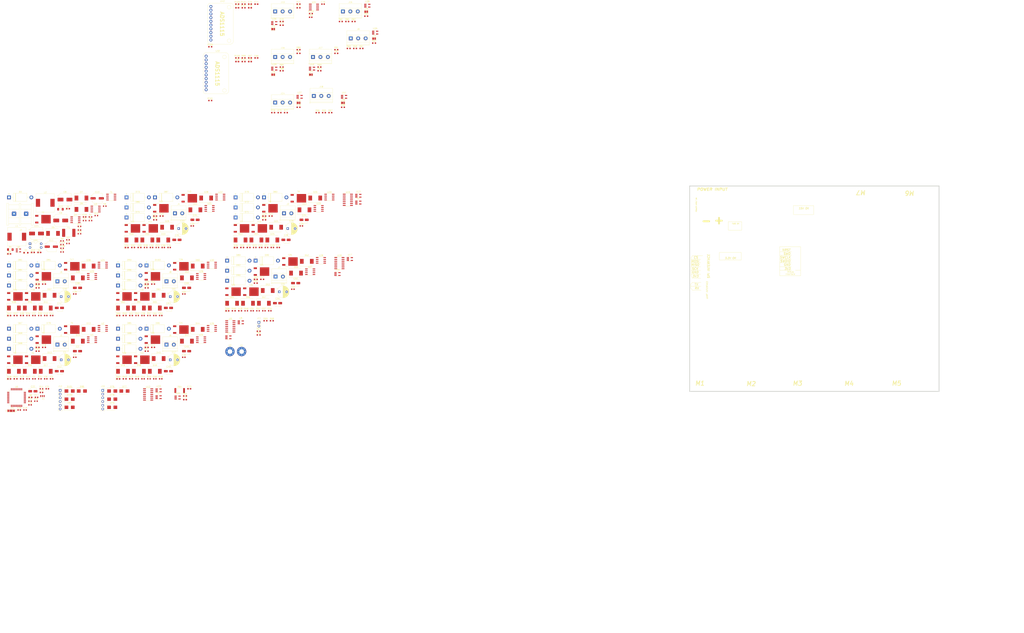
<source format=kicad_pcb>
(kicad_pcb (version 20211014) (generator pcbnew)
  (layers (0 "F.Cu" power) (1 "In1.Cu" signal) (2 "In2.Cu" signal) (31 "B.Cu" power) (34 "B.Paste" user) (35 "F.Paste" user) (36 "B.SilkS" user "B.Silkscreen") (37 "F.SilkS" user "F.Silkscreen") (38 "B.Mask" user) (39 "F.Mask" user) (44 "Edge.Cuts" user))
  (net 0 "")
  (net 1 "GND")
  (net 2 "Net-(C3-Pad1)")
  (net 3 "/H_bridge/DRIVE_VOLTAGE")
  (net 4 "+3V3")
  (net 5 "Net-(D5-Pad1)")
  (net 6 "Net-(D6-Pad1)")
  (net 7 "Net-(D7-Pad2)")
  (net 8 "Net-(R4-Pad2)")
  (net 9 "Net-(C10-Pad1)")
  (net 10 "Net-(R3-Pad1)")
  (net 11 "Net-(R7-Pad2)")
  (net 12 "Net-(R6-Pad2)")
  (net 13 "Net-(C13-Pad1)")
  (net 18 "Net-(U6-Pad5)")
  (net 19 "Net-(U6-Pad6)")
  (net 20 "/Logic_gates/DIR_A")
  (net 21 "/Logic_gates/DIR_B")
  (net 22 "/Logic_gates1/DIR_A")
  (net 23 "/Logic_gates1/DIR_B")
  (net 24 "Net-(C6-Pad1)")
  (net 25 "Net-(C7-Pad1)")
  (net 26 "/Debugger_port/NRST")
  (net 28 "Net-(D8-Pad2)")
  (net 29 "/Logic_gates/PWM_A")
  (net 30 "/Logic_gates/PWM_B")
  (net 33 "/Logic_gates1/PWM_A")
  (net 34 "/Logic_gates1/PWM_B")
  (net 39 "/Current_sense/VOLTAGE_OUT")
  (net 40 "Net-(D1-Pad2)")
  (net 41 "Net-(D2-Pad2)")
  (net 42 "/Power_supplies/PRE_FUSE")
  (net 43 "/Logic_gates2/DIR_A")
  (net 44 "/Logic_gates2/DIR_B")
  (net 45 "/Logic_gates3/DIR_A")
  (net 51 "Net-(D9-Pad2)")
  (net 52 "Net-(D10-Pad2)")
  (net 54 "/Logic_gates3/DIR_B")
  (net 58 "Net-(D11-Pad2)")
  (net 61 "/Logic_gates2/PWM_A")
  (net 62 "/Logic_gates2/PWM_B")
  (net 63 "Net-(D18-Pad2)")
  (net 64 "/Logic_gates3/PWM_A")
  (net 65 "/Logic_gates3/PWM_B")
  (net 66 "Net-(U7-Pad4)")
  (net 67 "Net-(U8-Pad4)")
  (net 68 "Net-(D19-Pad2)")
  (net 69 "Net-(U10-Pad4)")
  (net 70 "Net-(D26-Pad2)")
  (net 71 "Net-(D27-Pad2)")
  (net 72 "Net-(D34-Pad2)")
  (net 73 "Net-(U11-Pad4)")
  (net 74 "Net-(D35-Pad2)")
  (net 75 "Net-(U13-Pad4)")
  (net 76 "Net-(D42-Pad2)")
  (net 77 "Net-(D43-Pad2)")
  (net 78 "Net-(D50-Pad2)")
  (net 79 "Net-(U14-Pad4)")
  (net 80 "Net-(D51-Pad2)")
  (net 81 "Net-(U16-Pad4)")
  (net 82 "Net-(D58-Pad2)")
  (net 83 "/Logic_gates3/CW_B")
  (net 84 "/Logic_gates3/CCW_B")
  (net 85 "Net-(U17-Pad4)")
  (net 86 "Net-(C5-Pad1)")
  (net 87 "Net-(C25-Pad1)")
  (net 88 "Net-(C27-Pad1)")
  (net 89 "Net-(C32-Pad1)")
  (net 90 "Net-(C34-Pad1)")
  (net 91 "Net-(C39-Pad1)")
  (net 92 "Net-(C41-Pad1)")
  (net 93 "Net-(C46-Pad1)")
  (net 94 "Net-(C48-Pad1)")
  (net 95 "Net-(C53-Pad1)")
  (net 96 "Net-(C55-Pad1)")
  (net 97 "Net-(C60-Pad1)")
  (net 98 "Net-(C62-Pad1)")
  (net 99 "Net-(D4-Pad2)")
  (net 100 "Net-(D8-Pad1)")
  (net 101 "/H_bridge/CW")
  (net 102 "/H_bridge/CCW")
  (net 103 "/H_bridge1/CW")
  (net 104 "/H_bridge1/CCW")
  (net 105 "/H_bridge3/CW")
  (net 106 "/H_bridge3/CCW")
  (net 107 "/H_bridge2/CW")
  (net 108 "/H_bridge2/CCW")
  (net 109 "/H_bridge5/CW")
  (net 110 "/H_bridge5/CCW")
  (net 111 "/H_bridge4/CW")
  (net 112 "/H_bridge4/CCW")
  (net 113 "/MCU/DIR_MOTOR8")
  (net 114 "/MCU/PWM_MOTOR8")
  (net 115 "Net-(D59-Pad2)")
  (net 116 "Net-(D66-Pad2)")
  (net 117 "/Debugger_port/SWDIO")
  (net 118 "/Debugger_port/SWCLK")
  (net 119 "/Debugger_port/SWO")
  (net 120 "Net-(D79-Pad2)")
  (net 121 "Net-(D83-Pad2)")
  (net 122 "Net-(D87-Pad2)")
  (net 123 "Net-(D91-Pad2)")
  (net 124 "Net-(D95-Pad2)")
  (net 125 "Net-(D99-Pad2)")
  (net 126 "Net-(D103-Pad2)")
  (net 127 "Net-(J11-Pad1)")
  (net 128 "Net-(J11-Pad2)")
  (net 129 "/MCU/SPI_CS")
  (net 130 "/MCU/SPI_MOSI")
  (net 131 "/MCU/SPI_MISO")
  (net 132 "/MCU/SPI_SCK")
  (net 133 "Net-(JP1-Pad2)")
  (net 134 "Net-(R5-Pad1)")
  (net 135 "Net-(R13-Pad2)")
  (net 136 "Net-(R14-Pad2)")
  (net 137 "Net-(R18-Pad1)")
  (net 138 "Net-(R19-Pad1)")
  (net 139 "Net-(R20-Pad2)")
  (net 140 "Net-(R23-Pad1)")
  (net 141 "Net-(R24-Pad1)")
  (net 142 "Net-(R25-Pad2)")
  (net 143 "Net-(R26-Pad2)")
  (net 144 "Net-(R29-Pad1)")
  (net 145 "Net-(R30-Pad1)")
  (net 146 "Net-(R31-Pad2)")
  (net 147 "Net-(R32-Pad2)")
  (net 148 "Net-(R35-Pad1)")
  (net 149 "Net-(R36-Pad1)")
  (net 150 "Net-(R37-Pad2)")
  (net 151 "Net-(R38-Pad2)")
  (net 152 "Net-(R41-Pad1)")
  (net 153 "Net-(R42-Pad1)")
  (net 154 "Net-(R43-Pad2)")
  (net 155 "Net-(R44-Pad2)")
  (net 156 "Net-(R47-Pad1)")
  (net 157 "Net-(R48-Pad1)")
  (net 158 "Net-(R49-Pad2)")
  (net 159 "Net-(R50-Pad2)")
  (net 160 "/H_bridge6/CW")
  (net 161 "Net-(R53-Pad1)")
  (net 162 "Net-(R54-Pad1)")
  (net 163 "Net-(R55-Pad2)")
  (net 164 "Net-(R56-Pad2)")
  (net 165 "/H_bridge6/CCW")
  (net 166 "Net-(R65-Pad1)")
  (net 167 "/MCU/USART_TX")
  (net 168 "/MCU/USART_RX")
  (net 178 "Net-(D67-Pad2)")
  (net 179 "Net-(D68-Pad2)")
  (net 180 "Net-(D69-Pad2)")
  (net 181 "Net-(D70-Pad2)")
  (net 182 "Net-(D71-Pad2)")
  (net 183 "Net-(D72-Pad2)")
  (net 184 "Net-(D73-Pad2)")
  (net 185 "Net-(D74-Pad2)")
  (net 186 "Net-(D80-Pad2)")
  (net 187 "Net-(D81-Pad2)")
  (net 188 "Net-(D82-Pad2)")
  (net 189 "Net-(D84-Pad2)")
  (net 190 "Net-(D85-Pad2)")
  (net 191 "Net-(D86-Pad2)")
  (net 192 "Net-(D88-Pad2)")
  (net 193 "Net-(D89-Pad2)")
  (net 194 "Net-(D90-Pad2)")
  (net 195 "Net-(D92-Pad2)")
  (net 196 "Net-(D93-Pad2)")
  (net 197 "Net-(D94-Pad2)")
  (net 198 "Net-(D96-Pad2)")
  (net 199 "/H_bridge/MOTOR_OUT_A")
  (net 200 "/H_bridge/MOTOR_OUT_B")
  (net 201 "/H_bridge1/MOTOR_OUT_A")
  (net 202 "/H_bridge1/MOTOR_OUT_B")
  (net 203 "/H_bridge2/MOTOR_OUT_A")
  (net 204 "/H_bridge2/MOTOR_OUT_B")
  (net 205 "/H_bridge3/MOTOR_OUT_A")
  (net 206 "/H_bridge3/MOTOR_OUT_B")
  (net 207 "/H_bridge4/MOTOR_OUT_A")
  (net 208 "/H_bridge4/MOTOR_OUT_B")
  (net 209 "/H_bridge5/MOTOR_OUT_A")
  (net 210 "/H_bridge5/MOTOR_OUT_B")
  (net 211 "/H_bridge6/MOTOR_OUT_A")
  (net 212 "/H_bridge6/MOTOR_OUT_B")
  (net 213 "VMOT")
  (net 214 "/Analog_module1/A0")
  (net 215 "/Analog_module1/A1")
  (net 216 "/Analog_module1/A2")
  (net 217 "/Analog_module1/A3")
  (net 218 "/Analog_module/SDA")
  (net 219 "/Analog_module/A0")
  (net 220 "/Analog_module/A1")
  (net 221 "/Analog_module/A2")
  (net 222 "/Analog_module/A3")
  (net 223 "Net-(J9-Pad2)")
  (net 224 "Net-(J13-Pad2)")
  (net 225 "Net-(J14-Pad2)")
  (net 226 "Net-(J15-Pad2)")
  (net 227 "Net-(J16-Pad2)")
  (net 228 "Net-(J17-Pad2)")
  (net 229 "Net-(J18-Pad2)")
  (net 230 "Net-(R60-Pad1)")
  (net 231 "/HALL_MOT_1")
  (net 232 "Net-(R71-Pad1)")
  (net 233 "/HALL_MOT_2")
  (net 234 "Net-(R76-Pad1)")
  (net 235 "/HALL_MOT_3")
  (net 236 "Net-(R81-Pad1)")
  (net 237 "/HALL_MOT_4")
  (net 238 "Net-(R86-Pad1)")
  (net 239 "/HALL_MOT_5")
  (net 240 "Net-(R91-Pad1)")
  (net 241 "/HALL_MOT_6")
  (net 242 "Net-(R96-Pad1)")
  (net 243 "/HALL_MOT_7")
  (net 244 "Net-(R99-Pad1)")
  (net 245 "Net-(R100-Pad1)")
  (net 246 "Net-(R101-Pad1)")
  (net 247 "Net-(R102-Pad1)")
  (net 248 "Net-(R104-Pad1)")
  (net 249 "Net-(R105-Pad1)")
  (net 250 "Net-(R106-Pad1)")
  (net 251 "Net-(R107-Pad1)")
  (net 252 "/Analog_module/SCL")
  (net 253 "VDD")
  (net 254 "Net-(JP2-Pad2)")
  (net 255 "Net-(JP3-Pad2)")
  (net 256 "Net-(JP4-Pad2)")
  (net 257 "Net-(JP5-Pad2)")
  (net 258 "Net-(JP6-Pad2)")
  (net 259 "Net-(JP7-Pad2)")
  (net 260 "Net-(JP8-Pad2)")
  (net 261 "Net-(R108-Pad2)")
  (net 262 "/MCU/POWER_ERROR")
  (footprint "_IntegratedCircuits:IR2104" (layer "F.Cu") (at 275.28 213.49)
    (fp_text reference "U27")
    (fp_text value "IR2104")
  )
  (footprint "Diode_SMD:D_SMC" (layer "F.Cu") (at 171.98 229.54)
    (fp_text reference "D61")
    (fp_text value "B330")
  )
  (footprint "_Transistors:AOD4132" (layer "F.Cu") (at 173.48 170.25)
    (fp_text reference "T12")
    (fp_text value "AOD4132")
  )
  (footprint "Diode_SMD:D_SMC" (layer "F.Cu") (at 158.53 281.37)
    (fp_text reference "D48")
    (fp_text value "B330")
  )
  (footprint "Resistor_SMD:R_0603_1608Metric_Pad0.98x0.95mm_HandSolder" (layer "F.Cu") (at 255.85 42.93)
    (fp_text reference "R70")
    (fp_text value "180R")
  )
  (footprint "Diode_SMD:D_SMC" (layer "F.Cu") (at 169.38 238.23)
    (fp_text reference "D65")
    (fp_text value "B330")
  )
  (footprint "Resistor_SMD:R_0603_1608Metric_Pad0.98x0.95mm_HandSolder" (layer "F.Cu") (at 228.94 196.98)
    (fp_text reference "R25")
    (fp_text value "10R")
  )
  (footprint "TerminalBlock_Phoenix:TerminalBlock_Phoenix_MKDS-1,5-2_1x02_P5.00mm_Horizontal" (layer "F.Cu") (at 251.68 216.8)
    (fp_text reference "J7")
    (fp_text value "Conn_01x02_Female")
  )
  (footprint "Diode_THT:D_DO-201AE_P15.24mm_Horizontal" (layer "F.Cu") (at 150.09 169.65)
    (fp_text reference "D80")
    (fp_text value "SMAJ18CA")
  )
  (footprint "Capacitor_SMD:C_0603_1608Metric" (layer "F.Cu") (at 99.03 286.5)
    (fp_text reference "C5")
    (fp_text value "100n")
  )
  (footprint "Jumper:SolderJumper-2_P1.3mm_Open_TrianglePad1.0x1.5mm" (layer "F.Cu") (at 313.48 36.24)
    (fp_text reference "JP5")
    (fp_text value "SolderJumper_2_Open")
  )
  (footprint "LED_SMD:LED_0603_1608Metric_Pad1.05x0.95mm_HandSolder" (layer "F.Cu") (at 238.225 218.71)
    (fp_text reference "D51")
    (fp_text value "LED_GREEN")
  )
  (footprint "Diode_THT:D_DO-201AE_P15.24mm_Horizontal" (layer "F.Cu") (at 69.97 252.32)
    (fp_text reference "D67")
    (fp_text value "SMAJ18CA")
  )
  (footprint "TerminalBlock_Phoenix:TerminalBlock_Phoenix_MKDS-1,5-2_1x02_P5.00mm_Horizontal" (layer "F.Cu") (at 102.96 263.18)
    (fp_text reference "J1")
    (fp_text value "Conn_01x02_Female")
  )
  (footprint "_Transistors:AOD4132" (layer "F.Cu") (at 112.75 252.92)
    (fp_text reference "T5")
    (fp_text value "AOD4132")
  )
  (footprint "Diode_SMD:D_SMC" (layer "F.Cu") (at 147.68 281.37)
    (fp_text reference "D46")
    (fp_text value "B330")
  )
  (footprint "Capacitor_SMD:C_0603_1608Metric" (layer "F.Cu") (at 189.15 228.66)
    (fp_text reference "C60")
    (fp_text value "100n")
  )
  (footprint "_IntegratedCircuits:AP331A" (layer "F.Cu") (at 250.77 75.06)
    (fp_text reference "U39")
    (fp_text value "AP331A")
  )
  (footprint "Resistor_SMD:R_0603_1608Metric" (layer "F.Cu") (at 121.5 178.64)
    (fp_text reference "R3")
    (fp_text value "12k")
  )
  (footprint "LED_SMD:LED_0603_1608Metric_Pad1.05x0.95mm_HandSolder" (layer "F.Cu") (at 110.225 170.52)
    (fp_text reference "D1")
    (fp_text value "LED")
  )
  (footprint "_IntegratedCircuits:74HC08D.653" (layer "F.Cu") (at 164.82 297.14)
    (fp_text reference "U12")
    (fp_text value "74HC08D.653")
  )
  (footprint "Resistor_SMD:R_0603_1608Metric" (layer "F.Cu") (at 91.01 243.36)
    (fp_text reference "R39")
    (fp_text value "1k")
  )
  (footprint "Resistor_SMD:R_0603_1608Metric_Pad0.98x0.95mm_HandSolder" (layer "F.Cu") (at 249.13 246.91)
    (fp_text reference "R68")
    (fp_text value "33R")
  )
  (footprint "Resistor_SMD:R_0603_1608Metric_Pad0.98x0.95mm_HandSolder" (layer "F.Cu") (at 267.34 62.13)
    (fp_text reference "R86")
    (fp_text value "3k")
  )
  (footprint "Capacitor_SMD:C_0603_1608Metric_Pad1.08x0.95mm_HandSolder" (layer "F.Cu") (at 189.97 300.69)
    (fp_text reference "C72")
    (fp_text value "100n")
  )
  (footprint "Resistor_SMD:R_0603_1608Metric_Pad0.98x0.95mm_HandSolder" (layer "F.Cu") (at 250.04 105.05)
    (fp_text reference "R76")
    (fp_text value "3k")
  )
  (footprint "_Transistors:MJD32C" (layer "F.Cu") (at 93.09 177.65)
    (fp_text reference "T2")
    (fp_text value "MJD32C")
  )
  (footprint "Capacitor_THT:CP_Radial_D8.0mm_P5.00mm" (layer "F.Cu") (at 179.874698 230.44)
    (fp_text reference "C61")
    (fp_text value "470u")
  )
  (footprint "_Transistors:AOD4132" (layer "F.Cu") (at 148.33 230.33)
    (fp_text reference "T27")
    (fp_text value "AOD4132")
  )
  (footprint "Resistor_SMD:R_0603_1608Metric" (layer "F.Cu") (at 106.17 192.48)
    (fp_text reference "R9")
    (fp_text value "11k")
  )
  (footprint "Resistor_SMD:R_0603_1608Metric_Pad0.98x0.95mm_HandSolder" (layer "F.Cu") (at 301.54 61.29)
    (fp_text reference "R60")
    (fp_text value "3k")
  )
  (footprint "Resistor_SMD:R_0603_1608Metric_Pad0.98x0.95mm_HandSolder" (layer "F.Cu") (at 225.55 67.74)
    (fp_text reference "R100")
    (fp_text value "1k")
  )
  (footprint "Diode_THT:D_DO-201AE_P15.24mm_Horizontal" (layer "F.Cu") (at 144.33 209.18)
    (fp_text reference "D93")
    (fp_text value "SMAJ18CA")
  )
  (footprint "Capacitor_SMD:C_0603_1608Metric" (layer "F.Cu") (at 95.02 243.36)
    (fp_text reference "C43")
    (fp_text value "100n")
  )
  (footprint "Diode_THT:D_DO-201AE_P15.24mm_Horizontal" (layer "F.Cu") (at 144.33 252.32)
    (fp_text reference "D85")
    (fp_text value "SMAJ18CA")
  )
  (footprint "Resistor_SMD:R_0603_1608Metric" (layer "F.Cu") (at 92.1 293.29)
    (fp_text reference "R11")
    (fp_text value "2k")
  )
  (footprint "LED_SMD:LED_0603_1608Metric_Pad1.05x0.95mm_HandSolder" (layer "F.Cu") (at 90.655 200.34)
    (fp_text reference "D2")
    (fp_text value "LED")
  )
  (footprint "Diode_SMD:D_0603_1608Metric_Pad1.05x0.95mm_HandSolder" (layer "F.Cu") (at 84.565 299.18)
    (fp_text reference "D8")
    (fp_text value "LED")
  )
  (footprint "Resistor_SMD:R_0603_1608Metric_Pad0.98x0.95mm_HandSolder" (layer "F.Cu") (at 242.57 218.67)
    (fp_text reference "R47")
    (fp_text value "10R")
  )
  (footprint "Diode_SMD:D_SMC" (layer "F.Cu") (at 164.29 191.85)
    (fp_text reference "D32")
    (fp_text value "B330")
  )
  (footprint "Resistor_SMD:R_0603_1608Metric_Pad0.98x0.95mm_HandSolder" (layer "F.Cu") (at 189.97 298.18)
    (fp_text reference "R65")
    (fp_text value "1k")
  )
  (footprint "Diode_SMD:D_SMC" (layer "F.Cu") (at 169.38 281.37)
    (fp_text reference "D49")
    (fp_text value "B330")
  )
  (footprint "_Transistors:AOD4132" (layer "F.Cu") (at 242.08 213.39)
    (fp_text reference "T24")
    (fp_text value "AOD4132")
  )
  (footprint "Capacitor_SMD:CP_Elec_4x5.3" (layer "F.Cu") (at 258.8 191.76)
    (fp_text reference "C28")
    (fp_text value "10u")
  )
  (footprint "Capacitor_SMD:CP_Elec_4x5.3" (layer "F.Cu") (at 116.66 267.62)
    (fp_text reference "C2")
    (fp_text value "10u")
  )
  (footprint "TerminalBlock_Phoenix:TerminalBlock_Phoenix_MKDS-1,5-3-5.08_1x03_P5.08mm_Horizontal" (layer "F.Cu") (at 251.43 98.17)
    (fp_text reference "J14")
    (fp_text value "Conn_01x03_Female")
  )
  (footprint "Resistor_SMD:R_0603_1608Metric_Pad0.98x0.95mm_HandSolder" (layer "F.Cu") (at 148.82 243.36)
    (fp_text reference "R55")
    (fp_text value "10R")
  )
  (footprint "Capacitor_SMD:CP_Elec_6.3x5.4" (layer "F.Cu") (at 98.84 196.42)
    (fp_text reference "C11")
    (fp_text value "220u")
  )
  (footprint "Capacitor_SMD:CP_Elec_6.3x5.4" (layer "F.Cu") (at 130.11 163.45)
    (fp_text reference "C13")
    (fp_text value "220u")
  )
  (footprint "Capacitor_SMD:CP_Elec_4x5.3" (layer "F.Cu") (at 265.38 221.24)
    (fp_text reference "C52")
    (fp_text value "10u")
  )
  (footprint "Jumper:SolderJumper-3_P2.0mm_Open_TrianglePad1.0x1.5mm_NumberLabels" (layer "F.Cu") (at 71.4 308.28)
    (fp_text reference "JP1")
    (fp_text value "SolderJumper_3_Open")
  )
  (footprint "LED_SMD:LED_0603_1608Metric_Pad1.05x0.95mm_HandSolder" (layer "F.Cu") (at 86.265 200.34)
    (fp_text reference "D10")
    (fp_text value "LED")
  )
  (footprint "_IntegratedCircuits:74HC08D.653" (layer "F.Cu") (at 300.96 164.48)
    (fp_text reference "U15")
    (fp_text value "74HC08D.653")
  )
  (footprint "Capacitor_SMD:C_0603_1608Metric_Pad1.08x0.95mm_HandSolder" (layer "F.Cu") (at 238.6 67.74)
    (fp_text reference "C66")
    (fp_text value "1u")
  )
  (footprint "_Transistors:AOD4132" (layer "F.Cu") (at 112.75 209.78)
    (fp_text reference "T17")
    (fp_text value "AOD4132")
  )
  (footprint "Connector_PinSocket_2.54mm:PinSocket_1x06_P2.54mm_Vertical" (layer "F.Cu") (at 133.88 294.36)
    (fp_text reference "J10")
    (fp_text value "Conn_01x06_Female")
  )
  (footprint "Resistor_SMD:R_0603_1608Metric" (layer "F.Cu") (at 110.18 194.25)
    (fp_text reference "R7")
    (fp_text value "1k")
  )
  (footprint "_Transistors:AOD4132" (layer "F.Cu") (at 160.48 273.47)
    (fp_text reference "T22")
    (fp_text value "AOD4132")
  )
  (footprint "_IntegratedCircuits:74HC08D.653" (layer "F.Cu") (at 220.84 250.76)
    (fp_text reference "U9")
    (fp_text value "74HC08D.653")
  )
  (footprint "_Transistors:AOD4132" (layer "F.Cu") (at 228.45 183.95)
    (fp_text reference "T7")
    (fp_text value "AOD4132")
  )
  (footprint "Diode_THT:D_DO-201AE_P15.24mm_Horizontal" (layer "F.Cu") (at 169.48 162.8)
    (fp_text reference "D87")
    (fp_text value "SMAJ18CA")
  )
  (footprint "_Transistors:AOD4132" (layer "F.Cu") (at 93.36 259.77)
    (fp_text reference "T4")
    (fp_text value "AOD4132")
  )
  (footprint "_IntegratedCircuits:MC74VHC1G04" (layer "F.Cu") (at 171.95 299.01)
    (fp_text reference "U11")
    (fp_text value "MC74VHC1G04")
  )
  (footprint "Resistor_SMD:R_0603_1608Metric_Pad0.98x0.95mm_HandSolder" (layer "F.Cu") (at 293.09 64.64)
    (fp_text reference "R92")
    (fp_text value "10k")
  )
  (footprint "Resistor_SMD:R_1206_3216Metric_Pad1.30x1.75mm_HandSolder" (layer "F.Cu") (at 105.03 170.87)
    (fp_text reference "R13")
    (fp_text value "0,12R")
  )
  (footprint "_Transistors:AOD4132" (layer "F.Cu") (at 73.97 230.33)
    (fp_text reference "T15")
    (fp_text value "AOD4132")
  )
  (footprint "Resistor_SMD:R_0603_1608Metric_Pad0.98x0.95mm_HandSolder" (layer "F.Cu") (at 74.46 286.5)
    (fp_text reference "R14")
    (fp_text value "10R")
  )
  (footprint "Resistor_SMD:R_0603_1608Metric" (layer "F.Cu") (at 118.01 182.58)
    (fp_text reference "R12")
    (fp_text value "10k")
  )
  (footprint "_IntegratedCircuits:IR2104" (layer "F.Cu") (at 288.38 162.6)
    (fp_text reference "U20")
    (fp_text value "IR2104")
  )
  (footprint "Resistor_SMD:R_0603_1608Metric_Pad0.98x0.95mm_HandSolder" (layer "F.Cu") (at 296.18 42.93)
    (fp_text reference "R81")
    (fp_text value "3k")
  )
  (footprint "Resistor_SMD:R_0603_1608Metric_Pad0.98x0.95mm_HandSolder" (layer "F.Cu") (at 240.18 256.57)
    (fp_text reference "R66")
    (fp_text value "10k")
  )
  (footprint "Capacitor_SMD:CP_Elec_4x5.3" (layer "F.Cu") (at 178.68 281.28)
    (fp_text reference "C49")
    (fp_text value "10u")
  )
  (footprint "Resistor_SMD:R_0603_1608Metric_Pad0.98x0.95mm_HandSolder" (layer "F.Cu") (at 289.04 105.05)
    (fp_text reference "R97")
    (fp_text value "10k")
  )
  (footprint "Resistor_SMD:R_0603_1608Metric_Pad0.98x0.95mm_HandSolder" (layer "F.Cu") (at 313.48 39.27)
    (fp_text reference "R83")
    (fp_text value "10k")
  )
  (footprint "Capacitor_SMD:C_0603_1608Metric" (layer "F.Cu") (at 99.03 243.36)
    (fp_text reference "C41")
    (fp_text value "100n")
  )
  (footprint "Resistor_SMD:R_0603_1608Metric_Pad0.98x0.95mm_HandSolder" (layer "F.Cu") (at 267.34 64.64)
    (fp_text reference "R87")
    (fp_text value "10k")
  )
  (footprint "Resistor_SMD:R_0603_1608Metric_Pad0.98x0.95mm_HandSolder" (layer "F.Cu") (at 293.09 62.13)
    (fp_text reference "R91")
    (fp_text value "3k")
  )
  (footprint "_IntegratedCircuits:IR2104" (layer "F.Cu") (at 200.92 259.87)
    (fp_text reference "U25")
    (fp_text value "IR2104")
  )
  (footprint "Resistor_SMD:R_0603_1608Metric_Pad0.98x0.95mm_HandSolder" (layer "F.Cu") (at 254.39 105.05)
    (fp_text reference "R75")
    (fp_text value "180R")
  )
  (footprint "Capacitor_SMD:CP_Elec_8x6.2" (layer "F.Cu") (at 88.725 187.42)
    (fp_text reference "C14")
    (fp_text value "100u")
  )
  (footprint "Resistor_SMD:R_0603_1608Metric_Pad0.98x0.95mm_HandSolder" (layer "F.Cu") (at 300.53 42.93)
    (fp_text reference "R80")
    (fp_text value "180R")
  )
  (footprint "Diode_SMD:D_SMC" (layer "F.Cu") (at 158.53 238.23)
    (fp_text reference "D64")
    (fp_text value "B330")
  )
  (footprint "Capacitor_SMD:C_0603_1608Metric" (layer "F.Cu") (at 161.36 243.36)
    (fp_text reference "C58")
    (fp_text value "100n")
  )
  (footprint "Capacitor_SMD:C_0603_1608Metric" (layer "F.Cu") (at 87 243.36)
    (fp_text reference "C37")
    (fp_text value "100n")
  )
  (footprint "Capacitor_SMD:C_0603_1608Metric" (layer "F.Cu") (at 88.74 299.14)
    (fp_text reference "C17")
    (fp_text value "100n")
  )
  (footprint "Jumper:SolderJumper-2_P1.3mm_Open_TrianglePad1.0x1.5mm" (layer "F.Cu") (at 250.04 48.1)
    (fp_text reference "JP3")
    (fp_text value "SolderJumper_2_Open")
  )
  (footprint "Diode_SMD:D_SMC" (layer "F.Cu") (at 119.36 163.25)
    (fp_text reference "D7")
    (fp_text value "B330")
  )
  (footprint "Capacitor_SMD:CP_Elec_4x5.3" (layer "F.Cu") (at 184.44 191.76)
    (fp_text reference "C35")
    (fp_text value "10u")
  )
  (footprint "Capacitor_SMD:C_0603_1608Metric_Pad1.08x0.95mm_HandSolder" (layer "F.Cu") (at 192.85 293.29)
    (fp_text reference "C73")
    (fp_text value "1u")
  )
  (footprint "Resistor_SMD:R_0603_1608Metric_Pad0.98x0.95mm_HandSolder" (layer "F.Cu") (at 168.21 265.05)
    (fp_text reference "R41")
    (fp_text value "10R")
  )
  (footprint "Capacitor_SMD:C_0603_1608Metric" (layer "F.Cu") (at 189.15 271.8)
    (fp_text reference "C46")
    (fp_text value "100n")
  )
  (footprint "Resistor_SMD:R_0603_1608Metric_Pad0.98x0.95mm_HandSolder" (layer "F.Cu") (at 169.58 178.12)
    (fp_text reference "R32")
    (fp_text value "10R")
  )
  (footprint "_IntegratedCircuits:IR2104" (layer "F.Cu") (at 126.56 259.87)
    (fp_text reference "U1")
    (fp_text value "IR2104")
  )
  (footprint "Diode_SMD:D_SMB" (layer "F.Cu") (at 148.68 294.81)
    (fp_text reference "D77")
    (fp_text value "SM6T33A")
  )
  (footprint "Resistor_SMD:R_0603_1608Metric_Pad0.98x0.95mm_HandSolder" (layer "F.Cu") (at 297.64 101.39)
    (fp_text reference "R98")
    (fp_text value "10k")
  )
  (footprint "Diode_THT:D_DO-201AE_P15.24mm_Horizontal" (layer "F.Cu") (at 238.08 205.94)
    (fp_text reference "D99")
    (fp_text value "SMAJ18CA")
  )
  (footprint "_Transistors:AOD4132" (layer "F.Cu") (at 167.72 259.77)
    (fp_text reference "T20")
    (fp_text value "AOD4132")
  )
  (footprint "Diode_SMD:D_SMC" (layer "F.Cu") (at 116.91 260.82)
    (fp_text reference "D15")
    (fp_text value "B330")
  )
  (footprint "Resistor_SMD:R_0603_1608Metric_Pad0.98x0.95mm_HandSolder" (layer "F.Cu") (at 223.18 240.12)
    (fp_text reference "R49")
    (fp_text value "10R")
  )
  (footprint "Capacitor_SMD:C_0603_1608Metric_Pad1.08x0.95mm_HandSolder" (layer "F.Cu") (at 234.25 31.07)
    (fp_text reference "C75")
    (fp_text value "1u")
  )
  (footprint "Capacitor_SMD:C_0603_1608Metric" (layer "F.Cu") (at 118.01 185.09)
    (fp_text reference "C7")
    (fp_text value "470p")
  )
  (footprint "Diode_SMD:D_SMC" (layer "F.Cu") (at 198.61 252.77)
    (fp_text reference "D44")
    (fp_text value "B330")
  )
  (footprint "Resistor_SMD:R_2512_6332Metric" (layer "F.Cu") (at 186.33 294.48)
    (fp_text reference "R64")
    (fp_text value "8mR")
  )
  (footprint "Diode_SMD:D_SMC" (layer "F.Cu") (at 191.27 217.68)
    (fp_text reference "D63")
    (fp_text value "B330")
  )
  (footprint "TerminalBlock_Phoenix:TerminalBlock_Phoenix_MKDS-1,5-3-5.08_1x03_P5.08mm_Horizontal" (layer "F.Cu") (at 251.43 36.05)
    (fp_text reference "J13")
    (fp_text value "Conn_01x03_Female")
  )
  (footprint "LED_SMD:LED_0603_1608Metric_Pad1.05x0.95mm_HandSolder" (layer "F.Cu") (at 70.115 243.4)
    (fp_text reference "D42")
    (fp_text value "LED_GREEN")
  )
  (footprint "Resistor_SMD:R_0603_1608Metric_Pad0.98x0.95mm_HandSolder" (layer "F.Cu") (at 78.81 286.5)
    (fp_text reference "R19")
    (fp_text value "10R")
  )
  (footprint "Resistor_SMD:R_0603_1608Metric_Pad0.98x0.95mm_HandSolder" (layer "F.Cu") (at 240.18 254.06)
    (fp_text reference "R67")
    (fp_text value "10k")
  )
  (footprint "Diode_SMD:D_SMC" (layer "F.Cu") (at 232.89 234.99)
    (fp_text reference "D56")
    (fp_text value "B330")
  )
  (footprint "Package_DIP:DIP-4_W7.62mm" (layer "F.Cu") (at 84.29 194.42)
    (fp_text reference "U31")
    (fp_text value "EL817")
  )
  (footprint "Capacitor_SMD:C_0603_1608Metric" (layer "F.Cu") (at 167.12 196.98)
    (fp_text reference "C30")
    (fp_text value "100n")
  )
  (footprint "Diode_THT:D_DO-201AE_P15.24mm_Horizontal" (layer "F.Cu") (at 163.72 209.18)
    (fp_text reference "D103")
    (fp_text value "SMAJ18CA")
  )
  (footprint "Diode_SMD:D_SMC" (layer "F.Cu") (at 265.63 214.44)
    (fp_text reference "D55")
    (fp_text value "B330")
  )
  (footprint "_Transistors:AOD4132" (layer "F.Cu") (at 86.12 230.33)
    (fp_text reference "T18")
    (fp_text value "AOD4132")
  )
  (footprint "Diode_THT:D_DO-201AE_P15.24mm_Horizontal" (layer "F.Cu") (at 224.45 176.5)
    (fp_text reference "D71")
    (fp_text value "SMAJ18CA")
  )
  (footprint "Resistor_SMD:R_0603_1608Metric_Pad0.98x0.95mm_HandSolder" (layer "F.Cu") (at 78.81 243.36)
    (fp_text reference "R36")
    (fp_text value "10R")
  )
  (footprint "Package_QFP:LQFP-64_10x10mm_P0.5mm" (layer "F.Cu") (at 75.12 299.26)
    (fp_text reference "U6")
    (fp_text value "STM32F103RBTx")
  )
  (footprint "Diode_THT:D_DO-201AE_P15.24mm_Horizontal" (layer "F.Cu") (at 218.69 219.64)
    (fp_text reference "D90")
    (fp_text value "SMAJ18CA")
  )
  (footprint "Capacitor_SMD:C_0603_1608Metric" (layer "F.Cu") (at 121.5 176.13)
    (fp_text reference "C10")
    (fp_text value "470p")
  )
  (footprint "TerminalBlock_Phoenix:TerminalBlock_Phoenix_MKDS-1,5-2_1x02_P5.00mm_Horizontal" (layer "F.Cu") (at 177.32 263.18)
    (fp_text reference "J6")
    (fp_text value "Conn_01x02_Female")
  )
  (footprint "_IntegratedCircuits:MC74VHC1G04" (layer "F.Cu") (at 302.33 204.84)
    (fp_text reference "U17")
    (fp_text value "MC74VHC1G04")
  )
  (footprint "Resistor_SMD:R_0603_1608Metric_Pad0.98x0.95mm_HandSolder" (layer "F.Cu") (at 229.9 31.07)
    (fp_text reference "R104")
    (fp_text value "1k")
  )
  (footprint "Diode_SMD:D_SMC" (layer "F.Cu") (at 124.25 252.77)
    (fp_text reference "D12")
    (fp_text value "B330")
  )
  (footprint "Diode_SMD:D_SMC" (layer "F.Cu") (at 97.62 272.68)
    (fp_text reference "D13")
    (fp_text value "B330")
  )
  (footprint "Resistor_SMD:R_0603_1608Metric_Pad0.98x0.95mm_HandSolder" (layer "F.Cu") (at 258.74 105.05)
    (fp_text reference "R77")
    (fp_text value "10k")
  )
  (footprint "Diode_SMD:D_SMC" (layer "F.Cu") (at 197.03 171.3)
    (fp_text reference "D31")
    (fp_text value "B330")
  )
  (footprint "Capacitor_SMD:C_0603_1608Metric" (layer "F.Cu") (at 175.14 196.98)
    (fp_text reference "C36")
    (fp_text value "100n")
  )
  (footprint "_IntegratedCircuits:MC34063" (layer "F.Cu") (at 115.27 178.1)
    (fp_text reference "U4")
    (fp_text value "MC34063")
  )
  (footprint "Capacitor_THT:CP_Radial_D8.0mm_P5.00mm" (layer "F.Cu") (at 259.994698 184.06)
    (fp_text reference "C26")
    (fp_text value "470u")
  )
  (footprint "Resistor_SMD:R_0603_1608Metric_Pad0.98x0.95mm_HandSolder" (layer "F.Cu") (at 93.85 221.91)
    (fp_text reference "R35")
    (fp_text value "10R")
  )
  (footprint "Diode_SMD:D_SMC" (layer "F.Cu") (at 124.25 209.63)
    (fp_text reference "D36")
    (fp_text value "B330")
  )
  (footprint "Jumper:SolderJumper-2_P1.3mm_Open_TrianglePad1.0x1.5mm" (layer "F.Cu") (at 267.34 98.36)
    (fp_text reference "JP4")
    (fp_text value "SolderJumper_2_Open")
  )
  (footprint "_IntegratedCircuits:AP331A" (layer "F.Cu") (at 319.57 50.5)
    (fp_text reference "U35")
    (fp_text value "AP331A")
  )
  (footprint "_IntegratedCircuits:MC74VHC1G04" (layer "F.Cu") (at 308.09 161.7)
    (fp_text reference "U13")
    (fp_text value "MC74VHC1G04")
  )
  (footprint "_Transistors:AOD4132" (layer "F.Cu") (at 154.09 183.95)
    (fp_text reference "T11")
    (fp_text value "AOD4132")
  )
  (footprint "Capacitor_SMD:C_0603_1608Metric" (layer "F.Cu") (at 87 286.5)
    (fp_text reference "C1")
    (fp_text value "100n")
  )
  (footprint "Jumper:SolderJumper-2_P1.3mm_Open_TrianglePad1.0x1.5mm" (layer "F.Cu") (at 250.04 79.16)
    (fp_text reference "JP6")
    (fp_text value "SolderJumper_2_Open")
  )
  (footprint "_Transistors:AOD4132" (layer "F.Cu") (at 267.23 163.4)
    (fp_text reference "T9")
    (fp_text value "AOD4132")
  )
  (footprint "LED_SMD:LED_0603_1608Metric_Pad1.05x0.95mm_HandSolder" (layer "F.Cu") (at 144.475 286.54)
    (fp_text reference "D50")
    (fp_text value "LED_GREEN")
  )
  (footprint "Capacitor_SMD:CP_Elec_4x5.3" (layer "F.Cu") (at 191.02 224.48)
    (fp_text reference "C59")
    (fp_text value "10u")
  )
  (footprint "Capacitor_SMD:CP_Elec_8x6.2" (layer "F.Cu") (at 105.225 178.55)
    (fp_text reference "C6")
    (fp_text value "100u")
  )
  (footprint "Capacitor_SMD:C_0603_1608Metric_Pad1.08x0.95mm_HandSolder" (layer "F.Cu") (at 234.25 70.25)
    (fp_text reference "C68")
    (fp_text value "1u")
  )
  (footprint "Diode_SMD:D_SMC" (layer "F.Cu") (at 238.65 191.85)
    (fp_text reference "D24")
    (fp_text value "B330")
  )
  (footprint "_IntegratedCircuits:AP331A" (layer "F.Cu") (at 276.52 75.06)
    (fp_text reference "U40")
    (fp_text value "AP331A")
  )
  (footprint "Resistor_SMD:R_0603_1608Metric" (layer "F.Cu") (at 237.47 196.98)
    (fp_text reference "R22")
    (fp_text value "1k")
  )
  (footprint "Resistor_SMD:R_0603_1608Metric_Pad0.98x0.95mm_HandSolder" (layer "F.Cu") (at 275.79 37.52)
    (fp_text reference "R103")
    (fp_text value "10k")
  )
  (footprint "Jumper:SolderJumper-2_P1.3mm_Open_TrianglePad1.0x1.5mm" (layer "F.Cu") (at 275.79 79.16)
    (fp_text reference "JP7")
    (fp_text value "SolderJumper_2_Open")
  )
  (footprint "TerminalBlock_Phoenix:TerminalBlock_Phoenix_MKDS-1,5-3-5.08_1x03_P5.08mm_Horizontal" (layer "F.Cu") (at 302.93 54.41)
    (fp_text reference "J9")
    (fp_text value "Conn_01x03_Female")
  )
  (footprint "LED_SMD:LED_0603_1608Metric_Pad1.05x0.95mm_HandSolder" (layer "F.Cu") (at 70.115 201.33)
    (fp_text reference "D9")
    (fp_text value "LED")
  )
  (footprint "Resistor_SMD:R_1206_3216Metric_Pad1.30x1.75mm_HandSolder" (layer "F.Cu") (at 70.87 198.39)
    (fp_text reference "R4")
    (fp_text value "0,12R")
  )
  (footprint "_IntegratedCircuits:74HC08D.653" (layer "F.Cu") (at 295.2 207.62)
    (fp_text reference "U18")
    (fp_text value "74HC08D.653")
  )
  (footprint "Capacitor_SMD:CP_Elec_4x5.8" (layer "F.Cu") (at 86.22 294.96)
    (fp_text reference "C22")
    (fp_text value "47u")
  )
  (footprint "Capacitor_SMD:CP_Elec_4x5.3" (layer "F.Cu") (at 104.32 238.14)
    (fp_text reference "C42")
    (fp_text value "10u")
  )
  (footprint "_IntegratedCircuits:IR2104" (layer "F.Cu") (at 282.62 205.74)
    (fp_text reference "U28")
    (fp_text value "IR2104")
  )
  (footprint "Resistor_SMD:R_0603_1608Metric_Pad0.98x0.95mm_HandSolder" (layer "F.Cu") (at 310.24 61.29)
    (fp_text reference "R61")
    (fp_text value "10k")
  )
  (footprint "_Transistors:AOD4132" (layer "F.Cu") (at 234.84 227.09)
    (fp_text reference "T26")
    (fp_text value "AOD4132")
  )
  (footprint "Capacitor_SMD:C_0603_1608Metric_Pad1.08x0.95mm_HandSolder" (layer "F.Cu") (at 225.55 33.58)
    (fp_text reference "C71")
    (fp_text value "1u")
  )
  (footprint "TerminalBlock_Phoenix:TerminalBlock_Phoenix_MKDS-1,5-2_1x02_P5.00mm_Horizontal" (layer "F.Cu") (at 257.44 173.66)
    (fp_text reference "J3")
    (fp_text value "Conn_01x02_Female")
  )
  (footprint "Resistor_SMD:R_0603_1608Metric_Pad0.98x0.95mm_HandSolder" (layer "F.Cu") (at 281.6 76.5)
    (fp_text reference "R93")
    (fp_text value "10k")
  )
  (footprint "Capacitor_SMD:CP_Elec_4x5.3" (layer "F.Cu") (at 116.66 224.48)
    (fp_text reference "C38")
    (fp_text value "10u")
  )
  (footprint "Package_TO_SOT_SMD:SOT-23-5" (layer "F.Cu") (at 76.42 198.97)
    (fp_text reference "U5")
    (fp_text value "TLV70233_SOT23-5")
  )
  (footprint "Diode_SMD:D_SMB" (layer "F.Cu") (at 111.29 305.91)
    (fp_text reference "D97")
    (fp_text value "SM6T33A")
  )
  (footprint "Jumper:SolderJumper-2_P1.3mm_Open_TrianglePad1.0x1.5mm" (layer "F.Cu") (at 297.64 98.36)
    (fp_text reference "JP8")
    (fp_text value "SolderJumper_2_Open")
  )
  (footprint "Capacitor_SMD:C_0603_1608Metric" (layer "F.Cu") (at 96.11 293.29)
    (fp_text reference "C21")
    (fp_text value "1u")
  )
  (footprint "_IntegratedCircuits:INA180A4" (layer "F.Cu") (at 184.89 299.25)
    (fp_text reference "U33")
    (fp_text value "INA180A4")
  )
  (footprint "_IntegratedCircuits:MC74VHC1G04" (layer "F.Cu") (at 227.97 247.98)
    (fp_text reference "U8")
    (fp_text value "MC74VHC1G04")
  )
  (footprint "Resistor_SMD:R_0603_1608Metric_Pad0.98x0.95mm_HandSolder" (layer "F.Cu") (at 93.85 265.05)
    (fp_text reference "R18")
    (fp_text value "10R")
  )
  (footprint "Resistor_SMD:R_0603_1608Metric" (layer "F.Cu") (at 82.99 286.5)
    (fp_text reference "R17")
    (fp_text value "1k")
  )
  (footprint "Resistor_SMD:R_0603_1608Metric" (layer "F.Cu") (at 125.51 178.64)
    (fp_text reference "R6")
    (fp_text value "240")
  )
  (footprint "Capacitor_SMD:C_0603_1608Metric" (layer "F.Cu") (at 95.02 286.5)
    (fp_text reference "C9")
    (fp_text value "100n")
  )
  (footprint "_Transistors:AOD4132" (layer "F.Cu") (at 86.12 273.47)
    (fp_text reference "T6")
    (fp_text value "AOD4132")
  )
  (footprint "Resistor_SMD:R_0603_1608Metric_Pad0.98x0.95mm_HandSolder" (layer "F.Cu") (at 173.97 175.53)
    (fp_text reference "R29")
    (fp_text value "10R")
  )
  (footprint "Package_SO:SOIC-8_3.9x4.9mm_P1.27mm" (layer "F.Cu") (at 277.84 33.04)
    (fp_text reference "U34")
    (fp_text value "M24C02-RMN")
  )
  (footprint "Diode_SMD:D_SMC" (layer "F.Cu") (at 243.74 234.99)
    (fp_text reference "D57")
    (fp_text value "B330")
  )
  (footprint "Inductor_SMD:L_12x12mm_H8mm" (layer "F.Cu") (at 75.28 189.62)
    (fp_text reference "L1")
    (fp_text value "220uH")
  )
  (footprint "Diode_SMD:D_SMC" (layer "F.Cu") (at 227.8 191.85)
    (fp_text reference "D22")
    (fp_text value "B330")
  )
  (footprint "Capacitor_THT:CP_Radial_D8.0mm_P5.00mm" (layer "F.Cu") (at 185.634698 184.06)
    (fp_text reference "C33")
    (fp_text value "470u")
  )
  (footprint "Diode_THT:D_DO-201AE_P15.24mm_Horizontal" (layer "F.Cu") (at 150.09 176.5)
    (fp_text reference "D74")
    (fp_text value "SMAJ18CA")
  )
  (footprint "Capacitor_SMD:C_0603_1608Metric" (layer "F.Cu") (at 92.1 295.8)
    (fp_text reference "C18")
    (fp_text value "100n")
  )
  (footprint "Resistor_SMD:R_0603_1608Metric_Pad0.98x0.95mm_HandSolder" (layer "F.Cu") (at 267.34 101.39)
    (fp_text reference "R78")
    (fp_text value "10k")
  )
  (footprint "_Transistors:AOD4132" (layer "F.Cu") (at 167.72 216.63)
    (fp_text reference "T28")
    (fp_text value "AOD4132")
  )
  (footprint "Capacitor_SMD:CP_Elec_4x5.3" (layer "F.Cu") (at 253.04 234.9)
    (fp_text reference "C56")
    (fp_text value "10u")
  )
  (footprint "Capacitor_SMD:C_0603_1608Metric" (layer "F.Cu") (at 253.51 196.98)
    (fp_text reference "C27")
    (fp_text value "100n")
  )
  (footprint "Diode_SMD:D_SMB" (layer "F.Cu") (at 140.33 300.36)
    (fp_text reference "D78")
    (fp_text value "SM6T33A")
  )
  (footprint "Capacitor_SMD:C_0603_1608Metric" (layer "F.Cu") (at 80.94 307.74)
    (fp_text reference "C19")
    (fp_text value "100n")
  )
  (footprint "Diode_SMD:D_SMC" (layer "F.Cu") (at 252.1 183.16)
    (fp_text reference "D21")
    (fp_text value "B330")
  )
  (footprint "Diode_THT:D_DO-201AE_P15.24mm_Horizontal" (layer "F.Cu") (at 144.33 222.88)
    (fp_text reference "D94")
    (fp_text value "SMAJ18CA")
  )
  (footprint "Resistor_SMD:R_0603_1608Metric" (layer "F.Cu") (at 125.51 176.13)
    (fp_text reference "R1")
    (fp_text value "100k")
  )
  (footprint "LED_SMD:LED_0603_1608Metric_Pad1.05x0.95mm_HandSolder" (layer "F.Cu") (at 70.115 286.54)
    (fp_text reference "D18")
    (fp_text value "LED_GREEN")
  )
  (footprint "Resistor_SMD:R_0603_1608Metric_Pad0.98x0.95mm_HandSolder" (layer "F.Cu") (at 74.46 243.36)
    (fp_text reference "R37")
    (fp_text value "10R")
  )
  (footprint "Capacitor_SMD:C_0603_1608Metric" (layer "F.Cu") (at 161.36 286.5)
    (fp_text reference "C44")
    (fp_text value "100n")
  )
  (footprint "Diode_SMD:D_SOD-323_HandSoldering" (layer "F.Cu") (at 81.52 200.52)
    (fp_text reference "D4")
    (fp_text value "SZMM3Z20")
  )
  (footprint "_Transistors:AOD4132" (layer "F.Cu") (at 187.11 209.78)
    (fp_text reference "T29")
    (fp_text value "AOD4132")
  )
  (footprint "_IntegratedCircuits:MC74VHC1G04" (layer "F.Cu") (at 219.52 258.19)
    (fp_text reference "U7")
    (fp_text value "MC74VHC1G04")
  )
  (footprint "Resistor_SMD:R_0603_1608Metric_Pad0.98x0.95mm_HandSolder" (layer "F.Cu") (at 158.93 196.98)
    (fp_text reference "R30")
    (fp_text value "10R")
  )
  (footprint "TerminalBlock_Phoenix:TerminalBlock_Phoenix_MKDS-1,5-3-5.08_1x03_P5.08mm_Horizontal" (layer "F.Cu") (at 277.765 93.655)
    (fp_text reference "J18")
    (fp_text value "Conn_01x03_Female")
  )
  (footprint "Resistor_SMD:R_0603_1608Metric_Pad0.98x0.95mm_HandSolder" (layer "F.Cu") (at 227.53 240.12)
    (fp_text reference "R48")
    (fp_text value "10R")
  )
  (footprint "_IntegratedCircuits:MC74VHC1G04" (layer "F.Cu") (at 293.88 215.05)
    (fp_text reference "U16")
    (fp_text value "MC74VHC1G04")
  )
  (footprint "_IntegratedCircuits:AP331A" (layer "F.Cu") (at 314.21 32.14)
    (fp_text reference "U38")
    (fp_text value "AP331A")
  )
  (footprint "Diode_SMD:D_SMC" (layer "F.Cu") (at 198.61 209.63)
    (fp_text reference "D60")
    (fp_text value "B330")
  )
  (footprint "Capacitor_SMD:C_0603_1608Metric" (layer "F.Cu") (at 173.39 243.36)
    (fp_text reference "C62")
    (fp_text value "100n")
  )
  (footprint "Capacitor_SMD:C_0603_1608Metric" (layer "F.Cu") (at 269.27 182.28)
    (fp_text reference "C25")
    (fp_text value "100n")
  )
  (footprint "Resistor_SMD:R_0603_1608Metric_Pad0.98x0.95mm_HandSolder" (layer "F.Cu") (at 318.84 57.63)
    (fp_text reference "R62")
    (fp_text value "10k")
  )
  (footprint "_Transistors:AOD4132" (layer "F.Cu") (at 192.87 163.4)
    (fp_text reference "T13")
    (fp_text value "AOD4132")
  )
  (footprint "Resistor_SMD:R_0603_1608Metric" (layer "F.Cu") (at 165.37 243.36)
    (fp_text reference "R57")
    (fp_text value "1k")
  )
  (footprint "LED_SMD:LED_0603_1608Metric_Pad1.05x0.95mm_HandSolder" (layer "F.Cu") (at 224.595 197.02)
    (fp_text reference "D26")
    (fp_text value "LED_GREEN")
  )
  (footprint "Diode_THT:D_DO-201AE_P15.24mm_Horizontal" (layer "F.Cu") (at 69.97 216.03)
    (fp_text reference "D84")
    (fp_text value "SMAJ18CA")
  )
  (footprint "Capacitor_SMD:C_0603_1608Metric" (layer "F.Cu") (at 114.79 228.66)
    (fp_text reference "C39")
    (fp_text value "100n")
  )
  (footprint "Resistor_SMD:R_0603_1608Metric" (layer "F.Cu") (at 106.17 197.5)
    (fp_text reference "R108")
    (fp_text value "1k")
  )
  (footprint "Resistor_SMD:R_0603_1608Metric_Pad0.98x0.95mm_HandSolder" (layer "F.Cu") (at 281.6 73.99)
    (fp_text reference "R90")
    (fp_text value "180R")
  )
  (footprint "Resistor_SMD:R_0603_1608Metric_Pad0.98x0.95mm_HandSolder" (layer "F.Cu") (at 153.17 243.36)
    (fp_text reference "R54")
    (fp_text value "10R")
  )
  (footprint "_IntegratedCircuits:AP331A" (layer "F.Cu") (at 268.07 94.26)
    (fp_text reference "U37")
    (fp_text value "AP331A")
  )
  (footprint "Diode_THT:D_DO-201AE_P15.24mm_Horizontal" (layer "F.Cu") (at 163.72 252.32)
    (fp_text reference "D95")
    (fp_text value "SMAJ18CA")
  )
  (footprint "Jumper:SolderJumper-2_P1.3mm_Open_TrianglePad1.0x1.5mm" (layer "F.Cu") (at 318.84 54.6)
    (fp_text reference "JP2")
    (fp_text value "SolderJumper_2_Open")
  )
  (footprint "Diode_THT:D_DO-201AE_P15.24mm_Horizontal" (layer "F.Cu") (at 218.69 205.94)
    (fp_text reference "D89")
    (fp_text value "SMAJ18CA")
  )
  (footprint "_IntegratedCircuits:IR2104" (layer "F.Cu") (at 200.92 216.73)
    (fp_text reference "U29")
    (fp_text value "IR2104")
  )
  (footprint "Resistor_SMD:R_0603_1608Metric" (layer "F.Cu") (at 129.52 175.23)
    (fp_text reference "R15")
    (fp_text value "3k")
  )
  (footprint "Resistor_SMD:R_0603_1608Metric_Pad0.98x0.95mm_HandSolder" (layer "F.Cu") (at 163.82 224.5)
    (fp_text reference "R56")
    (fp_text value "10R")
  )
  (footprint "Resistor_SMD:R_0603_1608Metric_Pad0.98x0.95mm_HandSolder" (layer "F.Cu") (at 148.82 286.5)
    (fp_text reference "R43")
    (fp_text value "10R")
  )
  (footprint "Resistor_SMD:R_0603_1608Metric_Pad0.98x0.95mm_HandSolder" (layer "F.Cu") (at 89.46 224.5)
    (fp_text reference "R38")
    (fp_text value "10R")
  )
  (footprint "LED_SMD:LED_0603_1608Metric_Pad1.05x0.95mm_HandSolder" (layer "F.Cu") (at 89.505 265.09)
    (fp_text reference "D11")
    (fp_text value "LED_GREEN")
  )
  (footprint "Diode_SMD:D_SMC" (layer "F.Cu") (at 271.39 171.3)
    (fp_text reference "D23")
    (fp_text value "B330")
  )
  (footprint "_Connectors:DG35C-B-02P" (layer "F.Cu") (at 78.055 173.985)
    (fp_text reference "J2")
    (fp_text value "DG35C-B-02P")
  )
  (footprint "Resistor_SMD:R_0603_1608Metric_Pad0.98x0.95mm_HandSolder" (layer "F.Cu") (at 243.94 178.12)
    (fp_text reference "R26")
    (fp_text value "10R")
  )
  (footprint "Diode_SMD:D_SMC" (layer "F.Cu") (at 246.34 226.3)
    (fp_text reference "D53")
    (fp_text value "B330")
  )
  (footprint "Capacitor_SMD:C_0603_1608Metric" (layer "F.Cu") (at 284.07 31.07)
    (fp_text reference "C70")
    (fp_text value "22p")
  )
  (footprint "Resistor_SMD:R_0603_1608Metric_Pad0.98x0.95mm_HandSolder" (layer "F.Cu") (at 233.29 196.98)
    (fp_text reference "R24")
    (fp_text value "10R")
  )
  (footprint "TerminalBlock_Phoenix:TerminalBlock_Phoenix_MKDS-1,5-3-5.08_1x03_P5.08mm_Horizontal" (layer "F.Cu") (at 277.18 67.11)
    (fp_text reference "J17")
    (fp_text value "Conn_01x03_Female")
  )
  (footprint "Capacitor_SMD:C_0603_1608Metric" (layer "F.Cu") (at 169.38 243.36)
    (fp_text reference "C64")
    (fp_text value "100n")
  )
  (footprint "Diode_SMD:D_SMC" (layer "F.Cu") (at 116.91 217.68)
    (fp_text reference "D39")
    (fp_text value "B330")
  )
  (footprint "Resistor_SMD:R_0603_1608Metric" (layer "F.Cu") (at 106.17 194.99)
    (fp_text reference "R109")
    (fp_text value "1k")
  )
  (footprint "Diode_SMD:D_SMC" (layer "F.Cu") (at 97.62 229.54)
    (fp_text reference "D37")
    (fp_text value "B330")
  )
  (footprint "Capacitor_SMD:CP_Elec_4x5.3" (layer "F.Cu") (at 178.68 238.14)
    (fp_text reference "C63")
    (fp_text value "10u")
  )
  (footprint "TerminalBlock_Phoenix:TerminalBlock_Phoenix_MKDS-1,5-3-5.08_1x03_P5.08mm_Horizontal" (layer "F.Cu") (at 251.43 67.11)
    (fp_text reference "J16")
    (fp_text value "Conn_01x03_Female")
  )
  (footprint "Capacitor_SMD:C_0603_1608Metric" (layer "F.Cu") (at 114.79 271.8)
    (fp_text reference "C3")
    (fp_text value "100n")
  )
  (footprint "Diode_SMD:D_SMC" (layer "F.Cu") (at 99.97 187.35)
    (fp_text reference "D5")
    (fp_text value "B330")
  )
  (footprint "Resistor_SMD:R_0603_1608Metric" (layer "F.Cu") (at 135.24 168.78)
    (fp_text reference "R8")
    (fp_text value "36k")
  )
  (footprint "Capacitor_SMD:C_0603_1608Metric" (layer "F.Cu") (at 241.48 196.98)
    (fp_text reference "C23")
    (fp_text value "100n")
  )
  (footprint "Capacitor_SMD:C_0603_1608Metric_Pad1.08x0.95mm_HandSolder" (layer "F.Cu") (at 225.55 70.25)
    (fp_text reference "C65")
    (fp_text value "1u")
  )
  (footprint "Capacitor_SMD:CP_Elec_4x5.3" (layer "F.Cu") (at 196.78 178.1)
    (fp_text reference "C31")
    (fp_text value "10u")
  )
  (footprint "Resistor_SMD:R_0603_1608Metric_Pad0.98x0.95mm_HandSolder" (layer "F.Cu") (at 248.33 175.53)
    (fp_text reference "R23")
    (fp_text value "10R")
  )
  (footprint "Diode_SMD:D_SMC" (layer "F.Cu") (at 191.27 260.82)
    (fp_text reference "D47")
    (fp_text value "B330")
  )
  (footprint "Resistor_SMD:R_0603_1608Metric_Pad0.98x0.95mm_HandSolder" (layer "F.Cu") (at 229.9 67.74)
    (fp_text reference "R99")
    (fp_text value "1k")
  )
  (footprint "Capacitor_SMD:C_0603_1608Metric_Pad1.08x0.95mm_HandSolder" (layer "F.Cu") (at 238.6 31.07)
    (fp_text reference "C74")
    (fp_text value "1u")
  )
  (footprint "Diode_SMD:D_SMB" (layer "F.Cu") (at 111.29 294.81)
    (fp_text reference "D101")
    (fp_text value "SM6T33A")
  )
  (footprint "Diode_SMD:D_SMB" (layer "F.Cu") (at 111.29 300.36)
    (fp_text reference "D100")
    (fp_text value "SM6T33A")
  )
  (footprint "Resistor_SMD:R_0603_1608Metric" (layer "F.Cu") (at 91.01 286.5)
    (fp_text reference "R21")
    (fp_text value "1k")
  )
  (footprint "Capacitor_SMD:C_0603_1608Metric" (layer "F.Cu") (at 235.72 240.12)
    (fp_text reference "C51")
    (fp_text value "100n")
  )
  (footprint "Resistor_SMD:R_0603_1608Metric_Pad0.98x0.95mm_HandSolder" (layer "F.Cu") (at 255.85 45.44)
    (fp_text reference "R73")
    (fp_text value "10k")
  )
  (footprint "_Transistors:AOD4132" (layer "F.Cu") (at 73.97 273.47)
    (fp_text reference "T3")
    (fp_text value "AOD4132")
  )
  (footprint "Diode_SMD:D_SMC" (layer "F.Cu") (at 175.14 191.85)
    (fp_text reference "D33")
    (fp_text value "B330")
  )
  (footprint "Capacitor_SMD:CP_Elec_8x6.2" (layer "F.Cu") (at 108.115 164.3)
    (fp_text reference "C8")
    (fp_text value "100u")
  )
  (footprint "Capacitor_SMD:C_0603_1608Metric" (layer "F.Cu") (at 194.91 182.28)
    (fp_text reference "C32")
    (fp_text value "100n")
  )
  (footprint "MountingHole:MountingHole_3.2mm_M3_Pad_Via" (layer "F.Cu") (at 220.59 267.9)
    (fp_text reference "H2")
    (fp_text value "MountingHole")
  )
  (footprint "Diode_THT:D_DO-201AE_P15.24mm_Horizontal" (layer "F.Cu") (at 218.69 212.79)
    (fp_text reference "D92")
    (fp_text value "SMAJ18CA")
  )
  (footprint "Diode_THT:D_DO-201AE_P15.24mm_Horizontal" (layer "F.Cu") (at 224.45 169.65)
    (fp_text reference "D72")
    (fp_text value "SMAJ18CA")
  )
  (footprint "Diode_THT:D_DO-201AE_P15.24mm_Horizontal" (layer "F.Cu") (at 69.97 222.88)
    (fp_text reference "D82")
    (fp_text value "SMAJ18CA")
  )
  (footprint "_Others:CSTNE8M00G520000R0" (layer "F.Cu") (at 91.545 298.255)
    (fp_text reference "X1")
    (fp_text value "CSTNE8M00G520000R0")
  )
  (footprint "_Modules:ADS1115" (layer "F.Cu") (at 215.197 44.091)
    (fp_text reference "U42")
    (fp_text value "ADS1115" hide)
  )
  (footprint "Diode_THT:D_DO-201AE_P15.24mm_Horizontal" (layer "F.Cu") (at 144.33 216.03)
    (fp_text reference "D96")
    (fp_text value "SMAJ18CA")
  )
  (footprint "TerminalBlock_Phoenix:TerminalBlock_Phoenix_MKDS-1,5-2_1x02_P5.00mm_Horizontal" (layer "F.Cu") (at 177.32 220.04)
    (fp_text reference "J8")
    (fp_text value "Conn_01x02_Female")
  )
  (footprint "Resistor_SMD:R_0603_1608Metric" (layer "F.Cu") (at 171.13 196.98)
    (fp_text reference "R33")
    (fp_text value "1k")
  )
  (footprint "LED_SMD:LED_0603_1608Metric_Pad1.05x0.95mm_HandSolder" (layer "F.Cu") (at 169.625 175.57)
    (fp_text reference "D27")
    (fp_text value "LED_GREEN")
  )
  (footprint "Diode_THT:D_DO-201AE_P15.24mm_Horizontal" (layer "F.Cu") (at 69.97 209.18)
    (fp_text reference "D81")
    (fp_text value "SMAJ18CA")
  )
  (footprint "_IntegratedCircuits:IR2104" (layer "F.Cu") (at 281.04 170.35)
    (fp_text reference "U19")
    (fp_text value "IR2104")
  )
  (footprint "Diode_SMD:D_SMC" (layer "F.Cu") (at 272.97 206.39)
    (fp_text reference "D52")
    (fp_text value "B330")
  )
  (footprint "Resistor_SMD:R_0603_1608Metric" (layer "F.Cu") (at 231.71 240.12)
    (fp_text reference "R46")
    (fp_text value "1k")
  )
  (footprint "Diode_SMD:D_SMB" (layer "F.Cu") (at 119.64 294.81)
    (fp_text reference "D98")
    (fp_text value "SM6T33A")
  )
  (footprint "Capacitor_SMD:C_0603_1608Metric" (layer "F.Cu") (at 169.38 286.5)
    (fp_text reference "C50")
    (fp_text value "100n")
  )
  (footprint "Diode_SMD:D_SMC" (layer "F.Cu") (at 73.32 281.37)
    (fp_text reference "D14")
    (fp_text value "B330")
  )
  (footprint "TerminalBlock_Phoenix:TerminalBlock_Phoenix_MKDS-1,5-3-5.08_1x03_P5.08mm_Horizontal" (layer "F.Cu") (at 297.57 36.05)
    (fp_text reference "J15")
    (fp_text value "Conn_01x03_Female")
  )
  (footprint "Diode_THT:D_DO-201AE_P15.24mm_Horizontal" (layer "F.Cu") (at 150.09 162.8)
    (fp_text reference "D73")
    (fp_text value "SMAJ18CA")
  )
  (footprint "_Transistors:AOD4132" (layer "F.Cu") (at 148.33 273.47)
    (fp_text reference "T19")
    (fp_text value "AOD4132")
  )
  (footprint "Resistor_SMD:R_0603_1608Metric" (layer "F.Cu") (at 110.18 191.74)
    (fp_text reference "R2")
    (fp_text value "15k")
  )
  (footprint "_Transistors:AOSP21357" (layer "F.Cu") (at 139.66 162.6)
    (fp_text reference "T1")
    (fp_text value "AOSP21357")
  )
  (footprint "Diode_SMD:D_SMC" (layer "F.Cu") (at 95.02 238.23)
    (fp_text reference "D41")
    (fp_text value "B330")
  )
  (footprint "Diode_SMD:D_SMC" (layer "F.Cu") (at 73.32 238.23)
    (fp_text reference "D38")
    (fp_text value "B330")
  )
  (footprint "_Transistors:AOD4132" (layer "F.Cu") (at 93.36 216.63)
    (fp_text reference "T16")
    (fp_text value "AOD4132")
  )
  (footprint "LED_SMD:LED_0603_1608Metric_Pad1.05x0.95mm_HandSolder" (layer "F.Cu") (at 243.985 175.57)
    (fp_text reference "D19")
    (fp_text value "LED_GREEN")
  )
  (footprint "Diode_THT:D_DO-201AE_P15.24mm_Horizontal" (layer "F.Cu") (at 69.97 162.8)
    (fp_text reference "D3")
    (fp_text value "SMAJ18CA")
  )
  (footprint "Resistor_SMD:R_0603_1608Metric_Pad0.98x0.95mm_HandSolder" (layer "F.Cu") (at 255.85 73.99)
    (fp_text reference "R85")
    (fp_text value "180R")
  )
  (footprint "Resistor_SMD:R_0603_1608Metric_Pad0.98x0.95mm_HandSolder" (layer "F.Cu") (at 304.88 42.93)
    (fp_text reference "R82")
    (fp_text value "10k")
  )
  (footprint "TerminalBlock_Phoenix:TerminalBlock_Phoenix_MKDS-1,5-2_1x02_P5.00mm_Horizontal" (layer "F.Cu") (at 183.08 173.66)
    (fp_text reference "J4")
    (fp_text value "Conn_01x02_Female")
  )
  (footprint "Resistor_SMD:R_0603_1608Metric_Pad0.98x0.95mm_HandSolder" (layer "F.Cu") (at 229.9 70.25)
    (fp_text reference "R102")
    (fp_text value "1k")
  )
  (footprint "_Transistors:AOD4132" (layer "F.Cu") (at 166.24 183.95)
    (fp_text reference "T14")
    (fp_text value "AOD4132")
  )
  (footprint "Capacitor_SMD:C_0603_1608Metric_Pad1.08x0.95mm_HandSolder" (layer "F.Cu") (at 234.25 67.74)
    (fp_text reference "C67")
    (fp_text value "1u")
  )
  (footprint "Resistor_SMD:R_0603_1608Metric" (layer "F.Cu") (at 118.01 187.6)
    (fp_text reference "R16")
    (fp_text value "15k")
  )
  (footprint "Capacitor_SMD:C_0603_1608Metric" (layer "F.Cu") (at 247.75 240.12)
    (fp_text reference "C55")
    (fp_text value "100n")
  )
  (footprint "_Transistors:AOD4132" (layer "F.Cu") (at 160.48 230.33)
    (fp_text reference "T30")
    (fp_text value "AOD4132")
  )
  (footprint "Diode_SMD:D_SMC" (layer "F.Cu") (at 153.44 191.85)
    (fp_text reference "D30")
    (fp_text value "B330")
  )
  (footprint "Capacitor_SMD:C_0603_1608Metric" (layer "F.Cu") (at 275.62 40.03)
    (fp_text reference "C69")
    (fp_text value "100n")
  )
  (footprint "Resistor_SMD:R_0603_1608Metric" (layer "F.Cu") (at 157.35 286.5)
    (fp_text reference "R40")
    (fp_text value "1k")
  )
  (footprint "Diode_SMD:D_SMC" (layer "F.Cu") (at 204.37 163.25)
    (fp_text reference "D28")
    (fp_text value "B330")
  )
  (footprint "Resistor_SMD:R_0603_1608Metric_Pad0.98x0.95mm_HandSolder" (layer "F.Cu") (at 89.46 267.64)
    (fp_text reference "R20")
    (fp_text value "10R")
  )
  (footprint "Fuse:Fuse_2920_7451Metric_Pad2.10x5.45mm_HandSolder" (layer "F.Cu") (at 110.7 186.98)
    (fp_text reference "F1")
    (fp_text value "Fuse 1A")
  )
  (footprint "_Transistors:AOD4132" (layer "F.Cu") (at 222.69 227.09)
    (fp_text reference "T23")
    (fp_text value "AOD4132")
  )
  (footprint "Resistor_SMD:R_0603_1608Metric_Pad0.98x0.95mm_HandSolder" (layer "F.Cu") (at 154.58 196.98)
    (fp_text reference "R31")
    (fp_text value "10R")
  )
  (footprint "Resistor_SMD:R_0603_1608Metric" (layer "F.Cu") (at 245.49 196.98)
    (fp_text reference "R27")
    (fp_text value "1k")
  )
  (footprint "Connector_PinSocket_2.54mm:PinSocket_1x02_P2.54mm_Vertical" (layer "F.Cu") (at 240.33 247.98)
    (fp_text reference "J11")
    (fp_text value "Conn_01x02_Female")
  )
  (footprint "Diode_SMD:D_SMC" (layer "F.Cu") (at 147.68 238.23)
    (fp_text reference "D62")
    (fp_text value "B330")
  )
  (footprint "_IntegratedCircuits:IR2104" (layer "F.Cu") (at 133.9 252.12)
    (fp_text reference "U2")
    (fp_text value "IR2104")
  )
  (footprint "Resistor_SMD:R_0603_1608Metric_Pad0.98x0.95mm_HandSolder" (layer "F.Cu") (at 305.89 61.29)
    (fp_text reference "R59")
    (fp_text value "180R")
  )
  (footprint "Diode_THT:D_DO-201AE_P15.24mm_Horizontal" (layer "F.Cu") (at 89.36 252.32)
    (fp_text reference "D79")
    (fp_text value "SMAJ18CA")
  )
  (footprint "Resistor_SMD:R_0603_1608Metric_Pad0.98x0.95mm_HandSolder" (layer "F.Cu") (at 244.78 246.91)
    (fp_text reference "R69")
    (fp_text value "33R")
  )
  (footprint "LED_SMD:LED_0603_1608Metric_Pad1.05x0.95mm_HandSolder" (layer "F.Cu") (at 163.865 265.09)
    (fp_text reference "D43")
    (fp_text value "LED_GREEN")
  )
  (footprint "Capacitor_THT:CP_Radial_D8.0mm_P5.00mm" (layer "F.Cu") (at 254.234698 227.2)
    (fp_text reference "C54")
    (fp_text value "470u")
  )
  (footprint "_Transistors:AOD4132" (layer "F.Cu") (at 187.11 252.92)
    (fp_text reference "T21")
    (fp_text value "AOD4132")
  )
  (footprint "_Modules:ADS1115" (layer "F.Cu") (at 212 78)
    (fp_text reference "U32")
    (fp_text value "ADS1115" hide)
  )
  (footprint "Capacitor_SMD:C_0603_1608Metric" (layer "F.Cu") (at 76.93 307.74)
    (fp_text reference "C20")
    (fp_text value "100n")
  )
  (footprint "Capacitor_SMD:C_0603_1608Metric" (layer "F.Cu") (at 263.51 225.42)
    (fp_text reference "C53")
    (fp_text value "100n")
  )
  (footprint "_IntegratedCircuits:IR2104" (layer "F.Cu") (at 208.26 208.98)
    (fp_text reference "U30")
    (fp_text value "IR2104")
  )
  (footprint "_IntegratedCircuits:IR2104" (layer "F.Cu") (at 214.02 162.6)
    (fp_text reference "U22")
    (fp_text value "IR2104")
  )
  (footprint "Resistor_SMD:R_0603_1608Metric" (layer "F.Cu") (at 88.36 301.73)
    (fp_text reference "R10")
    (fp_text value "10k")
  )
  (footprint "_IntegratedCircuits:MC74VHC1G04" (layer "F.Cu") (at 171.95 294.36)
    (fp_text reference "U10")
    (fp_text value "MC74VHC1G04")
  )
  (footprint "Capacitor_SMD:C_0603_1608Metric" (layer "F.Cu") (at 84.35 301.73)
    (fp_text reference "C15")
    (fp_text value "100n")
  )
  (footprint "Capacitor_SMD:CP_Elec_4x5.3" (layer "F.Cu") (at 191.02 267.62)
    (fp_text reference "C45")
    (fp_text value "10u")
  )
  (footprint "_IntegratedCircuits:AP331A" (layer "F.Cu") (at 250.77 44)
    (fp_text reference "U36")
    (fp_text value "AP331A")
  )
  (footprint "Resistor_SMD:R_0603_1608Metric" (layer "F.Cu") (at 163.11 196.98)
    (fp_text reference "R28")
    (fp_text value "1k")
  )
  (footprint "Resistor_SMD:R_0603_1608Metric_Pad0.98x0.95mm_HandSolder" (layer "F.Cu") (at 229.9 33.58)
    (fp_text reference "R107")
    (fp_text value "1k")
  )
  (footprint "MountingHole:MountingHole_3.2mm_M3_Pad_Via" (layer "F.Cu") (at 228.54 267.9)
    (fp_text reference "H1")
    (fp_text value "MountingHole")
  )
  (footprint "Resistor_SMD:R_0603_1608Metric_Pad0.98x0.95mm_HandSolder" (layer "F.Cu") (at 153.17 286.5)
    (fp_text reference "R42")
    (fp_text value "10R")
  )
  (footprint "Diode_SMD:D_SMB" (layer "F.Cu") (at 140.33 294.81)
    (fp_text reference "D76")
    (fp_text value "SM6T33A")
  )
  (footprint "Diode_SMD:D_SMC" (layer "F.Cu") (at 84.17 281.37)
    (fp_text reference "D16")
    (fp_text value "B330")
  )
  (footprint "Capacitor_THT:CP_Radial_D8.0mm_P5.00mm" (layer "F.Cu") (at 179.874698 273.58)
    (fp_text reference "C47")
    (fp_text value "470u")
  )
  (footprint "Resistor_SMD:R_0603_1608Metric" (layer "F.Cu") (at 157.35 243.36)
    (fp_text reference "R52")
    (fp_text value "1k")
  )
  (footprint "Capacitor_SMD:C_0603_1608Metric_Pad1.08x0.95mm_HandSolder" (layer "F.Cu") (at 234.25 33.58)
    (fp_text reference "C76")
    (fp_text value "1u")
  )
  (footprint "Diode_SMD:D_SMC" (layer "F.Cu") (at 222.04 234.99)
    (fp_text reference "D54")
    (fp_text value "B330")
  )
  (footprint "Capacitor_SMD:C_0603_1608Metric" (layer "F.Cu") (at 179.15 196.98)
    (fp_text reference "C34")
    (fp_text value "100n")
  )
  (footprint "Diode_SMD:D_SMC" (layer "F.Cu") (at 95.02 281.37)
    (fp_text reference "D17")
    (fp_text value "B330")
  )
  (footprint "Resistor_SMD:R_0603_1608Metric_Pad0.98x0.95mm_HandSolder" (layer "F.Cu") (at 168.21 221.91)
    (fp_text reference "R53")
    (fp_text value "10R")
  )
  (footprint "LED_SMD:LED_0603_1608Metric_Pad1.05x0.95mm_HandSolder" (layer "F.Cu") (at 150.235 197.02)
    (fp_text reference "D34")
    (fp_text value "LED_GREEN")
  )
  (footprint "TerminalBlock_Phoenix:TerminalBlock_Phoenix_MKDS-1,5-2_1x02_P5.00mm_Horizontal" (layer "F.Cu") (at 102.96 220.04)
    (fp_text reference "J5")
    (fp_text value "Conn_01x02_Female")
  )
  (footprint "LED_SMD:LED_0603_1608Metric_Pad1.05x0.95mm_HandSolder" (layer "F.Cu") (at 144.475 243.4)
    (fp_text reference "D66")
    (fp_text value "LED_GREEN")
  )
  (footprint "Diode_THT:D_DO-201AE_P15.24mm_Horizontal" (layer "F.Cu") (at 144.33 259.17)
    (fp_text reference "D88")
    (fp_text value "SMAJ18CA")
  )
  (footprint "Resistor_SMD:R_0603_1608Metric_Pad0.98x0.95mm_HandSolder" (layer "F.Cu") (at 207.16 96.8)
    (fp_text reference "R101")
    (fp_text value "1k")
  )
  (footprint "Resistor_SMD:R_0603_1608Metric_Pad0.98x0.95mm_HandSolder" (layer "F.Cu") (at 238.18 221.26)
    (fp_text reference "R50")
    (fp_text value "10R")
  )
  (footprint "Capacitor_SMD:C_0603_1608Metric" (layer "F.Cu") (at 173.39 286.5)
    (fp_text reference "C48")
    (fp_text value "100n")
  )
  (footprint "Inductor_SMD:L_12x12mm_H6mm" (layer "F.Cu") (at 94.67 166.5)
    (fp_text reference "L2")
    (fp_text value "120uH")
  )
  (footprint "Capacitor_SMD:C_0603_1608Metric" (layer "F.Cu") (at 243.74 240.12)
    (fp_text reference "C57")
    (fp_text value "100n")
  )
  (footprint "Diode_SMD:D_SMB" (layer "F.Cu") (at 140.33 305.91)
    (fp_text reference "D75")
    (fp_text value "SM6T33A")
  )
  (footprint "Diode_THT:D_DO-201AE_P15.24mm_Horizontal" (layer "F.Cu") (at 243.84 162.8)
    (fp_text reference "D83")
    (fp_text value "SMAJ18CA")
  )
  (footprint "_Transistors:AOD4132" (layer "F.Cu") (at 240.6 183.95)
    (fp_text reference "T10")
    (fp_text value "AOD4132")
  )
  (footprint "Resistor_SMD:R_0603_1608Metric" (layer "F.Cu") (at 106.17 200.01)
    (fp_text reference "R5")
    (fp_text value "330R")
  )
  (footprint "_IntegratedCircuits:IR2104" (layer "F.Cu") (at 206.68 170.35)
    (fp_text reference "U21")
    (fp_text value "IR2104")
  )
  (footprint "Capacitor_SMD:C_0603_1608Metric" (layer "F.Cu") (at 84.35 304.24)
    (fp_text reference "C16")
    (fp_text value "100n")
  )
  (footprint "LED_SMD:LED_0603_1608Metric_Pad1.05x0.95mm_HandSolder" (layer "F.Cu") (at 218.835 240.16)
    (fp_text reference "D58")
    (fp_text value "LED_GREEN")
  )
  (footprint "Diode_THT:D_DO-201AE_P15.24mm_Horizontal" (layer "F.Cu") (at 69.97 259.17)
    (fp_text reference "D69")
    (fp_text value "SMAJ18CA")
  )
  (footprint "Diode_THT:D_DO-201AE_P15.24mm_Horizontal" (layer "F.Cu") (at 224.45 162.8)
    (fp_text reference "D70")
    (fp_text value "SMAJ18CA")
  )
  (footprint "Connector_PinSocket_2.54mm:PinSocket_1x06_P2.54mm_Vertical" (layer "F.Cu") (at 104.84 294.36)
    (fp_text reference "J12")
    (fp_text value "Conn_01x06_Female")
  )
  (footprint "Diode_SMD:D_SMC" (layer "F.Cu") (at 84.17 238.23)
    (fp_text reference "D40")
    (fp_text value "B330")
  )
  (footprint "_Transistors:AOD4132" (layer "F.Cu") (at 261.47 206.54)
    (fp_text reference "T25")
    (fp_text value "AOD4132")
  )
  (footprint "Diode_SMD:D_SMC" (layer "F.Cu") (at 177.74 183.16)
    (fp_text reference "D29")
    (fp_text value "B330")
  )
  (footprint "Resistor_SMD:R_0603_1608Metric_Pad0.98x0.95mm_HandSolder" (layer "F.Cu") (at 267.34 31.07)
    (fp_text reference "R71")
    (fp_text value "3k")
  )
  (footprint "Resistor_SMD:R_0603_1608Metric_Pad0.98x0.95mm_HandSolder" (layer "F.Cu") (at 284.69 105.05)
    (fp_text reference "R95")
    (fp_text value "180R")
  )
  (footprint "Diode_THT:D_DO-201AE_P15.24mm_Horizontal" (layer "F.Cu") (at 69.97 266.02)
    (fp_text reference "D68")
    (fp_text value "SMAJ18CA")
  )
  (footprint "Resistor_SMD:R_0603_1608Metric_Pad0.98x0.95mm_HandSolder" (layer "F.Cu") (at 280.34 105.05)
    (fp_text reference "R96")
    (fp_text value "3k")
  )
  (footprint "Capacitor_THT:CP_Radial_D8.0mm_P5.00mm" (layer "F.Cu") (at 105.514698 273.58)
    (fp_text reference "C4")
    (fp_text value "470u")
  )
  (footprint "_IntegratedCircuits:IR2104" (layer "F.Cu") (at 126.56 216.73)
    (fp_text reference "U23")
    (fp_text value "IR2104")
  )
  (footprint "Resistor_SMD:R_0603_1608Metric_Pad0.98x0.95mm_HandSolder" (layer "F.Cu") (at 267.34 33.58)
    (fp_text reference "R72")
    (fp_text value "10k")
  )
  (footprint "Capacitor_SMD:C_0603_1608Metric" (layer "F.Cu") (at 249.5 196.98)
    (fp_text reference "C29")
    (fp_text value "100n")
  )
  (footprint "_IntegratedCircuits:IR2104" (layer "F.Cu") (at 133.9 208.98)
    (fp_text reference "U24")
    (fp_text value "IR2104")
  )
  (footprint "_IntegratedCircuits:MC34063" (layer "F.Cu") (at 129.01 170.75)
    (fp_text reference "U3")
    (fp_text value "MC34063")
  )
  (footprint "Resistor_SMD:R_0603_1608Metric_Pad0.98x0.95mm_HandSolder" (layer "F.Cu") (at 163.82 267.64)
    (fp_text reference "R44")
    (fp_text value "10R")
  )
  (footprint "Diode_SMD:D_SMC" (layer "F.Cu") (at 249.5 191.85)
    (fp_text reference "D25")
    (fp_text value "B330")
  )
  (footprint "Resistor_SMD:R_0603_1608Metric_Pad0.98x0.95mm_HandSolder" (layer "F.Cu") (at 207.16 60.13)
    (fp_text reference "R106")
    (fp_text value "1k")
  )
  (footprint "Diode_SMD:D_SMC" (layer "F.Cu") (at 119.36 171)
    (fp_text reference "D6")
    (fp_text value "B330")
  )
  (footprint "Diode_SMD:D_SMC" (layer "F.Cu") (at 278.73 163.25)
    (fp_text reference "D20")
    (fp_text value "B330")
  )
  (footprint "_IntegratedCircuits:AP331A" (layer "F.Cu") (at 298.37 94.26)
    (fp_text reference "U41")
    (fp_text value "AP331A")
  )
  (footprint "Capacitor_SMD:CP_Elec_4x5.3" (layer "F.Cu") (at 104.32 281.28)
    (fp_text reference "C12")
    (fp_text value "10u")
  )
  (footprint "Capacitor_THT:CP_Radial_D8.0mm_P5.00mm" (layer "F.Cu") (at 105.514698 230.44)
    (fp_text reference "C40")
    (fp_text value "470u")
  )
  (footprint "_Transistors:AOD4132" (layer "F.Cu") (at 247.84 170.25)
    (fp_text reference "T8")
    (fp_text value "AOD4132")
  )
  (footprint "Resistor_SMD:R_0603_1608Metric" (layer "F.Cu") (at 239.73 240.12)
    (fp_text reference "R51")
    (fp_text value "1k")
  )
  (footprint "_IntegratedCircuits:MC74VHC1G04" (layer "F.Cu") (at 308.09 166.35)
    (fp_text reference "U14")
    (fp_text value "MC74VHC1G04")
  )
  (footprint "Diode_SMD:D_SMC" (layer "F.Cu") (at 171.98 272.68)
    (fp_text reference "D45")
    (fp_text value "B330")
  )
  (footprint "Capacitor_SMD:CP_Elec_4x5.3" (layer "F.Cu") (at 271.14 178.1)
    (fp_text reference "C24")
    (fp_text value "10u")
  )
  (footprint "Resistor_SMD:R_0603_1608Metric" (layer "F.Cu") (at 82.99 243.36)
    (fp_text reference "R34")
    (fp_text value "1k")
  )
  (footprint "LED_SMD:LED_0603_1608Metric_Pad1.05x0.95mm_HandSolder" (layer "F.Cu") (at 89.505 221.95)
    (fp_text reference "D35")
    (fp_text value "LED_GREEN")
  )
  (footprint "_IntegratedCircuits:IR2104" (layer "F.Cu") (at 208.26 252.12)
    (fp_text reference "U26")
    (fp_text value "IR2104")
  )
  (footprint "Resistor_SMD:R_0603_1608Metric_Pad0.98x0.95mm_HandSolder" (layer "F.Cu") (at 255.85 76.5)
    (fp_text reference "R88")
    (fp_text value "10k")
  )
  (footprint "Diode_THT:D_DO-201AE_P15.24mm_Horizontal" (layer "F.Cu") (at 144.33 266.02)
    (fp_text reference "D86")
    (fp_text value "SMAJ18CA")
  )
  (footprint "Diode_THT:D_DO-201AE_P15.24mm_Horizontal" (layer "F.Cu") (at 89.36 209.18)
    (fp_text reference "D91")
    (fp_text value "SMAJ18CA")
  )
  (footprint "Resistor_SMD:R_0603_1608Metric_Pad0.98x0.95mm_HandSolder" (layer "F.Cu") (at 225.55 31.07)
    (fp_text reference "R105")
    (fp_text value "1k")
  )
  (footprint "Resistor_SMD:R_0603_1608Metric" (layer "F.Cu") (at 165.37 286.5)
    (fp_text reference "R45")
    (fp_text value "1k")
  )
  (footprint "LED_SMD:LED_0603_1608Metric_Pad1.05x0.95mm_HandSolder" (layer "F.Cu") (at 163.865 221.95)
    (fp_text reference "D59")
    (fp_text value "LED_GREEN")
  )
  (gr_line (start 534.92 203.9) (end 534.92 216.3) (layer "F.SilkS") (width 0.15))
  (gr_line (start 603.32 207.35) (end 595.42 207.35) (layer "F.SilkS") (width 0.15))
  (gr_line (start 542.87 202.5) (end 535.92 202.5) (layer "F.SilkS") (width 0.15))
  (gr_line (start 606.025 212.555) (end 609.57 212.55) (layer "F.SilkS") (width 0.15))
  (gr_line (start 534.795 223.415) (end 534.795 221.965) (layer "F.SilkS") (width 0.15))
  (gr_line (start 534.92 216.3) (end 535.82 217.85) (layer "F.SilkS") (width 0.15))
  (gr_line (start 534.92 203.9) (end 535.92 202.5) (layer "F.SilkS") (width 0.15))
  (gr_line (start 534.795 221.965) (end 535.745 220.815) (layer "F.SilkS") (width 0.15))
  (gr_line (start 603.37 202.35) (end 595.47 202.35) (layer "F.SilkS") (width 0.15))
  (gr_line (start 541.47 212.65) (end 534.92 212.65) (layer "F.SilkS") (width 0.15))
  (gr_rect (start 595.42 196.4) (end 609.57 216.3) (layer "F.SilkS") (width 0.15) (fill none))
  (gr_line (start 603.37 199.8) (end 595.47 199.8) (layer "F.SilkS") (width 0.15))
  (gr_line (start 603.32 204.9) (end 595.42 204.9) (layer "F.SilkS") (width 0.15))
  (gr_line (start 541.47 215.15) (end 534.97 215.148691) (layer "F.SilkS") (width 0.15))
  (gr_line (start 541.74 226.02) (end 535.795 226.015) (layer "F.SilkS") (width 0.15))
  (gr_line (start 541.54 205.1) (end 534.936468 205.09001) (layer "F.SilkS") (width 0.15))
  (gr_line (start 541.47 210.15) (end 534.92 210.163336) (layer "F.SilkS") (width 0.15))
  (gr_line (start 603.32 210.05) (end 595.42 210.05) (layer "F.SilkS") (width 0.15))
  (gr_line (start 535.745 220.815) (end 541.74 220.82) (layer "F.SilkS") (width 0.15))
  (gr_line (start 534.795 223.415) (end 534.795 224.765) (layer "F.SilkS") (width 0.15))
  (gr_line (start 541.74 223.42) (end 534.795 223.415) (layer "F.SilkS") (width 0.15))
  (gr_line (start 535.82 217.85) (end 541.57 217.85) (layer "F.SilkS") (width 0.15))
  (gr_rect (start 560.32 179.35) (end 569.42 185.15) (layer "F.SilkS") (width 0.15) (fill none))
  (gr_rect (start 554.22 200.35) (end 569.12 205.5) (layer "F.SilkS") (width 0.15) (fill none))
  (gr_line (start 541.47 207.45) (end 534.936468 207.452277) (layer "F.SilkS") (width 0.15))
  (gr_line (start 603.52 212.555) (end 595.47 212.555) (layer "F.SilkS") (width 0.15))
  (gr_line (start 534.795 224.765) (end 535.795 226.015) (layer "F.SilkS") (width 0.15))
  (gr_rect (start 604.72 168.4) (end 618.47 174.5) (layer "F.SilkS") (width 0.15) (fill none))
  (gr_line (start 703.97 295.05) (end 533.97 295.05) (layer "Edge.Cuts") (width 0.5))
  (gr_line (start 703.969916 155.050008) (end 703.969916 295.050084) (layer "Edge.Cuts") (width 0.5))
  (gr_line (start 703.97 155.05) (end 533.97 155.05) (layer "Edge.Cuts") (width 0.5))
  (gr_line (start 533.97 155.05) (end 533.97 295.05) (layer "Edge.Cuts") (width 0.5))
  (gr_text "TX" (at 538.445 222.215) (layer "F.SilkS") (effects (font (size 1.5 1.5) (thickness 0.3) italic)))
  (gr_text "SWCLK" (at 599.22 203.7) (layer "F.SilkS") (effects (font (size 1.5 1.5) (thickness 0.3) italic)))
  (gr_text "UART INTERFACE" (at 545.87 225.95 90) (layer "F.SilkS") (effects (font (size 1 1) (thickness 0.1905) italic)))
  (gr_text "3.3V OK" (at 561.845098 204.199999) (layer "F.SilkS") (effects (font (size 1.27 1.27) (thickness 0.254) italic)))
  (gr_text "M7" (at 650.82 159.45 180) (layer "F.SilkS") (effects (font (size 3 3) (thickness 0.5) italic)))
  (gr_text "SWDIO" (at 599.22 206.2) (layer "F.SilkS") (effects (font (size 1.5 1.5) (thickness 0.3) italic)))
  (gr_text "SWO" (at 600.27 201.2) (layer "F.SilkS") (effects (font (size 1.5 1.5) (thickness 0.3) italic)))
  (gr_text "SCK" (at 537.669924 211.450117) (layer "F.SilkS") (effects (font (size 1.5 1.5) (thickness 0.3) italic)))
  (gr_text "-" (at 545.32003 178.749999) (layer "F.SilkS") (effects (font (size 5.08 5.08) (thickness 1.27))))
  (gr_text "POWER INPUT" (at 549.37 157.3) (layer "F.SilkS") (effects (font (size 1.778 2.032) (thickness 0.4445) italic)))
  (gr_text "FUSE OK" (at 565.2825 180.7) (layer "F.SilkS") (effects (font (size 0.762 0.762) (thickness 0.1778) italic)))
  (gr_text "MISO" (at 537.77 208.749995) (layer "F.SilkS") (effects (font (size 1.5 1.5) (thickness 0.3) italic)))
  (gr_text "SPI INTERFACE" (at 546.92 209.75 90) (layer "F.SilkS") (effects (font (size 1.5 1.5) (thickness 0.3) italic)))
  (gr_text "M2" (at 575.82 289.9) (layer "F.SilkS") (effects (font (size 3 3) (thickness 0.5) italic)))
  (gr_text "GND" (at 537.77 213.849909) (layer "F.SilkS") (effects (font (size 1.5 1.5) (thickness 0.3) italic)))
  (gr_text "+" (at 553.97 178.35) (layer "F.SilkS") (effects (font (size 5.08 5.08) (thickness 1.27))))
  (gr_text "M4" (at 642.57 289.75) (layer "F.SilkS") (effects (font (size 3 3) (thickness 0.5) italic)))
  (gr_text "M6" (at 684.02 159.85 180) (layer "F.SilkS") (effects (font (size 3 3) (thickness 0.5) italic)))
  (gr_text "RX" (at 538.87 224.75) (layer "F.SilkS") (effects (font (size 1.5 1.5) (thickness 0.3) italic)))
  (gr_text "MOSI" (at 537.77 206.35) (layer "F.SilkS") (effects (font (size 1.5 1.5) (thickness 0.3) italic)))
  (gr_text "3V3" (at 600.67 211.45) (layer "F.SilkS") (effects (font (size 1.5 1.5) (thickness 0.3) italic)))
  (gr_text "NRST" (at 599.87 198.65) (layer "F.SilkS") (effects (font (size 1.5 1.5) (thickness 0.3) italic)))
  (gr_text "M3" (at 607.42 289.6) (layer "F.SilkS") (effects (font (size 3 3) (thickness 0.5) italic)))
  (gr_text "Debug\nInterface" (at 602.57 214.3) (layer "F.SilkS") (effects (font (size 1 1) (thickness 0.15) italic)))
  (gr_text "15V OK" (at 611.795 170.3) (layer "F.SilkS") (effects (font (size 1.27 1.27) (thickness 0.254) italic)))
  (gr_text "GND" (at 600.37 208.75) (layer "F.SilkS") (effects (font (size 1.5 1.5) (thickness 0.3) italic)))
  (gr_text "POWER INPUT OK" (at 538.57 167.775 90) (layer "F.SilkS") (effects (font (size 0.762 0.762) (thickness 0.1778) italic)))
  (gr_text "M1" (at 540.92 289.55) (layer "F.SilkS") (effects (font (size 3 3) (thickness 0.5) italic)))
  (gr_text "CS" (at 538.169878 203.749993) (layer "F.SilkS") (effects (font (size 1.5 1.5) (thickness 0.3) italic)))
  (gr_text "3V3" (at 537.969898 216.549929) (layer "F.SilkS") (effects (font (size 1.5 1.5) (thickness 0.3) italic)))
  (gr_text "M5" (at 674.97 289.6) (layer "F.SilkS") (effects (font (size 3 3) (thickness 0.5) italic)))
)
</source>
